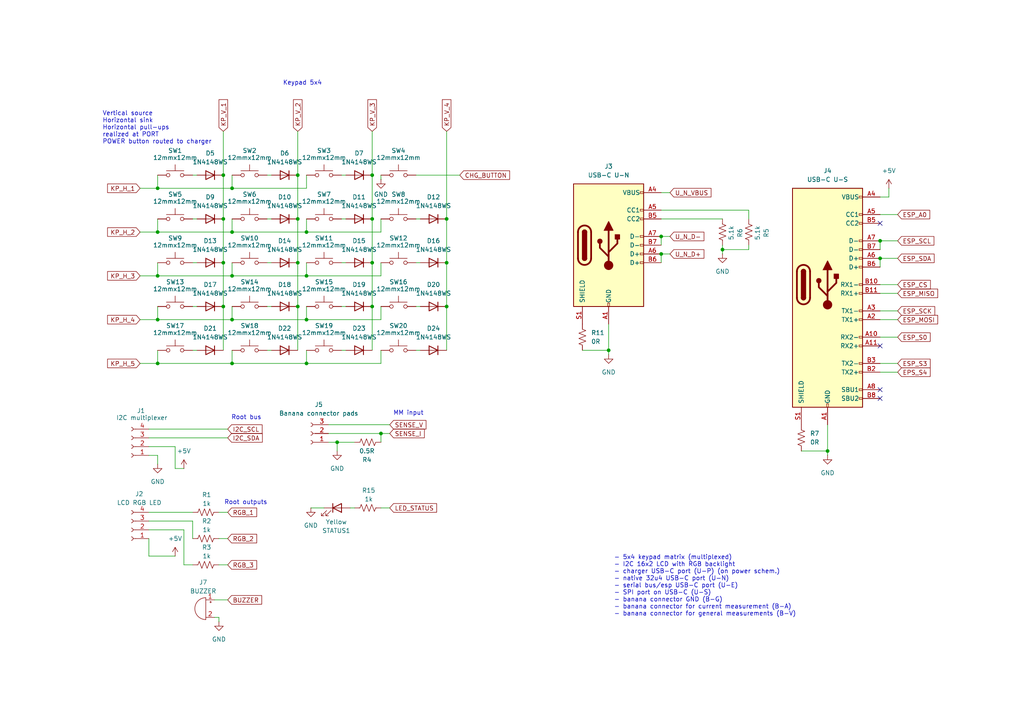
<source format=kicad_sch>
(kicad_sch (version 20231120) (generator "eeschema") (generator_version "8.0")
  (paper "A4")
  (title_block (title "interface & ports") (date "2024-11-09") (rev "1.0") (company "vaexey"))
  (lib_symbols
    (symbol "Connector:Conn_01x03_Socket" (pin_names (offset 1.016) hide)
      (property "Reference" "J" (at 0 5.08 0))
      (property "Value" "Conn_01x03_Socket" (at 0 -5.08 0))
      (symbol "Conn_01x03_Socket_1_1"
        (arc (start 0 -2.032) (mid -0.5058 -2.54) (end 0 -3.048) (stroke (width 0.1524)))
        (polyline (pts (xy -1.27 -2.54) (xy -0.508 -2.54)) (stroke (width 0.1524)))
        (polyline (pts (xy -1.27 0) (xy -0.508 0)) (stroke (width 0.1524)))
        (polyline (pts (xy -1.27 2.54) (xy -0.508 2.54)) (stroke (width 0.1524)))
        (arc (start 0 0.508) (mid -0.5058 0) (end 0 -0.508) (stroke (width 0.1524)))
        (arc (start 0 3.048) (mid -0.5058 2.54) (end 0 2.032) (stroke (width 0.1524)))
        (pin passive line (at -5.08 2.54 0) (length 3.81) (name "Pin_1") (number "1"))
        (pin passive line (at -5.08 0 0) (length 3.81) (name "Pin_2") (number "2"))
        (pin passive line (at -5.08 -2.54 0) (length 3.81) (name "Pin_3") (number "3"))
      )
    )
    (symbol "Connector:Conn_01x04_Socket" (pin_names (offset 1.016) hide)
      (property "Reference" "J" (at 0 5.08 0))
      (property "Value" "Conn_01x04_Socket" (at 0 -7.62 0))
      (symbol "Conn_01x04_Socket_1_1"
        (arc (start 0 -4.572) (mid -0.5058 -5.08) (end 0 -5.588) (stroke (width 0.1524)))
        (arc (start 0 -2.032) (mid -0.5058 -2.54) (end 0 -3.048) (stroke (width 0.1524)))
        (polyline (pts (xy -1.27 -5.08) (xy -0.508 -5.08)) (stroke (width 0.1524)))
        (polyline (pts (xy -1.27 -2.54) (xy -0.508 -2.54)) (stroke (width 0.1524)))
        (polyline (pts (xy -1.27 0) (xy -0.508 0)) (stroke (width 0.1524)))
        (polyline (pts (xy -1.27 2.54) (xy -0.508 2.54)) (stroke (width 0.1524)))
        (arc (start 0 0.508) (mid -0.5058 0) (end 0 -0.508) (stroke (width 0.1524)))
        (arc (start 0 3.048) (mid -0.5058 2.54) (end 0 2.032) (stroke (width 0.1524)))
        (pin passive line (at -5.08 2.54 0) (length 3.81) (name "Pin_1") (number "1"))
        (pin passive line (at -5.08 0 0) (length 3.81) (name "Pin_2") (number "2"))
        (pin passive line (at -5.08 -2.54 0) (length 3.81) (name "Pin_3") (number "3"))
        (pin passive line (at -5.08 -5.08 0) (length 3.81) (name "Pin_4") (number "4"))
      )
    )
    (symbol "Connector:USB_C_Receptacle" (pin_names (offset 1.016))
      (property "Reference" "J" (at -10.16 29.21 0))
      (property "Value" "USB_C_Receptacle" (at 10.16 29.21 0))
      (symbol "USB_C_Receptacle_0_0"
        (rectangle (start -0.254 -35.56) (end 0.254 -34.544))
        (rectangle (start 10.16 -32.766) (end 9.144 -33.274))
        (rectangle (start 10.16 -30.226) (end 9.144 -30.734))
        (rectangle (start 10.16 -25.146) (end 9.144 -25.654))
        (rectangle (start 10.16 -22.606) (end 9.144 -23.114))
        (rectangle (start 10.16 -17.526) (end 9.144 -18.034))
        (rectangle (start 10.16 -14.986) (end 9.144 -15.494))
        (rectangle (start 10.16 -9.906) (end 9.144 -10.414))
        (rectangle (start 10.16 -7.366) (end 9.144 -7.874))
        (rectangle (start 10.16 -2.286) (end 9.144 -2.794))
        (rectangle (start 10.16 0.254) (end 9.144 -0.254))
        (rectangle (start 10.16 5.334) (end 9.144 4.826))
        (rectangle (start 10.16 7.874) (end 9.144 7.366))
        (rectangle (start 10.16 10.414) (end 9.144 9.906))
        (rectangle (start 10.16 12.954) (end 9.144 12.446))
        (rectangle (start 10.16 18.034) (end 9.144 17.526))
        (rectangle (start 10.16 20.574) (end 9.144 20.066))
        (rectangle (start 10.16 25.654) (end 9.144 25.146))
      )
      (symbol "USB_C_Receptacle_0_1"
        (rectangle (start -10.16 27.94) (end 10.16 -35.56) (stroke (width 0.254)) (fill (type background)))
        (arc (start -8.89 -3.81) (mid -6.985 -5.7067) (end -5.08 -3.81) (stroke (width 0.508)))
        (arc (start -7.62 -3.81) (mid -6.985 -4.4423) (end -6.35 -3.81) (stroke (width 0.254)))
        (arc (start -7.62 -3.81) (mid -6.985 -4.4423) (end -6.35 -3.81) (stroke (width 0.254)) (fill (type outline)))
        (rectangle (start -7.62 -3.81) (end -6.35 3.81) (stroke (width 0.254)) (fill (type outline)))
        (arc (start -6.35 3.81) (mid -6.985 4.4423) (end -7.62 3.81) (stroke (width 0.254)))
        (arc (start -6.35 3.81) (mid -6.985 4.4423) (end -7.62 3.81) (stroke (width 0.254)) (fill (type outline)))
        (arc (start -5.08 3.81) (mid -6.985 5.7067) (end -8.89 3.81) (stroke (width 0.508)))
        (polyline (pts (xy -8.89 -3.81) (xy -8.89 3.81)) (stroke (width 0.508)))
        (polyline (pts (xy -5.08 3.81) (xy -5.08 -3.81)) (stroke (width 0.508)))
      )
      (symbol "USB_C_Receptacle_1_1"
        (circle (center -2.54 1.143) (radius 0.635) (stroke (width 0.254)) (fill (type outline)))
        (circle (center 0 -5.842) (radius 1.27) (fill (type outline)))
        (polyline (pts (xy 0 -5.842) (xy 0 4.318)) (stroke (width 0.508)))
        (polyline (pts (xy 0 -3.302) (xy -2.54 -0.762) (xy -2.54 0.508)) (stroke (width 0.508)))
        (polyline (pts (xy 0 -2.032) (xy 2.54 0.508) (xy 2.54 1.778)) (stroke (width 0.508)))
        (polyline (pts (xy -1.27 4.318) (xy 0 6.858) (xy 1.27 4.318) (xy -1.27 4.318)) (stroke (width 0.254)) (fill (type outline)))
        (rectangle (start 1.905 1.778) (end 3.175 3.048) (stroke (width 0.254)) (fill (type outline)))
        (pin passive line (at 0 -40.64 90) (length 5.08) (name "GND") (number "A1"))
        (pin bidirectional line (at 15.24 -15.24 180) (length 5.08) (name "RX2-") (number "A10"))
        (pin bidirectional line (at 15.24 -17.78 180) (length 5.08) (name "RX2+") (number "A11"))
        (pin passive line (at 0 -40.64 90) (length 5.08) hide (name "GND") (number "A12"))
        (pin bidirectional line (at 15.24 -10.16 180) (length 5.08) (name "TX1+") (number "A2"))
        (pin bidirectional line (at 15.24 -7.62 180) (length 5.08) (name "TX1-") (number "A3"))
        (pin passive line (at 15.24 25.4 180) (length 5.08) (name "VBUS") (number "A4"))
        (pin bidirectional line (at 15.24 20.32 180) (length 5.08) (name "CC1") (number "A5"))
        (pin bidirectional line (at 15.24 7.62 180) (length 5.08) (name "D+") (number "A6"))
        (pin bidirectional line (at 15.24 12.7 180) (length 5.08) (name "D-") (number "A7"))
        (pin bidirectional line (at 15.24 -30.48 180) (length 5.08) (name "SBU1") (number "A8"))
        (pin passive line (at 15.24 25.4 180) (length 5.08) hide (name "VBUS") (number "A9"))
        (pin passive line (at 0 -40.64 90) (length 5.08) hide (name "GND") (number "B1"))
        (pin bidirectional line (at 15.24 0 180) (length 5.08) (name "RX1-") (number "B10"))
        (pin bidirectional line (at 15.24 -2.54 180) (length 5.08) (name "RX1+") (number "B11"))
        (pin passive line (at 0 -40.64 90) (length 5.08) hide (name "GND") (number "B12"))
        (pin bidirectional line (at 15.24 -25.4 180) (length 5.08) (name "TX2+") (number "B2"))
        (pin bidirectional line (at 15.24 -22.86 180) (length 5.08) (name "TX2-") (number "B3"))
        (pin passive line (at 15.24 25.4 180) (length 5.08) hide (name "VBUS") (number "B4"))
        (pin bidirectional line (at 15.24 17.78 180) (length 5.08) (name "CC2") (number "B5"))
        (pin bidirectional line (at 15.24 5.08 180) (length 5.08) (name "D+") (number "B6"))
        (pin bidirectional line (at 15.24 10.16 180) (length 5.08) (name "D-") (number "B7"))
        (pin bidirectional line (at 15.24 -33.02 180) (length 5.08) (name "SBU2") (number "B8"))
        (pin passive line (at 15.24 25.4 180) (length 5.08) hide (name "VBUS") (number "B9"))
        (pin passive line (at -7.62 -40.64 90) (length 5.08) (name "SHIELD") (number "S1"))
      )
    )
    (symbol "Connector:USB_C_Receptacle_USB2.0_14P" (pin_names (offset 1.016))
      (property "Reference" "J" (at 0 22.225 0))
      (property "Value" "USB_C_Receptacle_USB2.0_14P" (at 0 19.685 0))
      (symbol "USB_C_Receptacle_USB2.0_14P_0_0"
        (rectangle (start -0.254 -17.78) (end 0.254 -16.764))
        (rectangle (start 10.16 -4.826) (end 9.144 -5.334))
        (rectangle (start 10.16 -2.286) (end 9.144 -2.794))
        (rectangle (start 10.16 0.254) (end 9.144 -0.254))
        (rectangle (start 10.16 2.794) (end 9.144 2.286))
        (rectangle (start 10.16 7.874) (end 9.144 7.366))
        (rectangle (start 10.16 10.414) (end 9.144 9.906))
        (rectangle (start 10.16 15.494) (end 9.144 14.986))
      )
      (symbol "USB_C_Receptacle_USB2.0_14P_0_1"
        (rectangle (start -10.16 17.78) (end 10.16 -17.78) (stroke (width 0.254)) (fill (type background)))
        (arc (start -8.89 -3.81) (mid -6.985 -5.7067) (end -5.08 -3.81) (stroke (width 0.508)))
        (arc (start -7.62 -3.81) (mid -6.985 -4.4423) (end -6.35 -3.81) (stroke (width 0.254)))
        (arc (start -7.62 -3.81) (mid -6.985 -4.4423) (end -6.35 -3.81) (stroke (width 0.254)) (fill (type outline)))
        (rectangle (start -7.62 -3.81) (end -6.35 3.81) (stroke (width 0.254)) (fill (type outline)))
        (arc (start -6.35 3.81) (mid -6.985 4.4423) (end -7.62 3.81) (stroke (width 0.254)))
        (arc (start -6.35 3.81) (mid -6.985 4.4423) (end -7.62 3.81) (stroke (width 0.254)) (fill (type outline)))
        (arc (start -5.08 3.81) (mid -6.985 5.7067) (end -8.89 3.81) (stroke (width 0.508)))
        (circle (center -2.54 1.143) (radius 0.635) (stroke (width 0.254)) (fill (type outline)))
        (circle (center 0 -5.842) (radius 1.27) (fill (type outline)))
        (polyline (pts (xy -8.89 -3.81) (xy -8.89 3.81)) (stroke (width 0.508)))
        (polyline (pts (xy -5.08 3.81) (xy -5.08 -3.81)) (stroke (width 0.508)))
        (polyline (pts (xy 0 -5.842) (xy 0 4.318)) (stroke (width 0.508)))
        (polyline (pts (xy 0 -3.302) (xy -2.54 -0.762) (xy -2.54 0.508)) (stroke (width 0.508)))
        (polyline (pts (xy 0 -2.032) (xy 2.54 0.508) (xy 2.54 1.778)) (stroke (width 0.508)))
        (polyline (pts (xy -1.27 4.318) (xy 0 6.858) (xy 1.27 4.318) (xy -1.27 4.318)) (stroke (width 0.254)) (fill (type outline)))
        (rectangle (start 1.905 1.778) (end 3.175 3.048) (stroke (width 0.254)) (fill (type outline)))
      )
      (symbol "USB_C_Receptacle_USB2.0_14P_1_1"
        (pin passive line (at 0 -22.86 90) (length 5.08) (name "GND") (number "A1"))
        (pin passive line (at 0 -22.86 90) (length 5.08) hide (name "GND") (number "A12"))
        (pin passive line (at 15.24 15.24 180) (length 5.08) (name "VBUS") (number "A4"))
        (pin bidirectional line (at 15.24 10.16 180) (length 5.08) (name "CC1") (number "A5"))
        (pin bidirectional line (at 15.24 -2.54 180) (length 5.08) (name "D+") (number "A6"))
        (pin bidirectional line (at 15.24 2.54 180) (length 5.08) (name "D-") (number "A7"))
        (pin passive line (at 15.24 15.24 180) (length 5.08) hide (name "VBUS") (number "A9"))
        (pin passive line (at 0 -22.86 90) (length 5.08) hide (name "GND") (number "B1"))
        (pin passive line (at 0 -22.86 90) (length 5.08) hide (name "GND") (number "B12"))
        (pin passive line (at 15.24 15.24 180) (length 5.08) hide (name "VBUS") (number "B4"))
        (pin bidirectional line (at 15.24 7.62 180) (length 5.08) (name "CC2") (number "B5"))
        (pin bidirectional line (at 15.24 -5.08 180) (length 5.08) (name "D+") (number "B6"))
        (pin bidirectional line (at 15.24 0 180) (length 5.08) (name "D-") (number "B7"))
        (pin passive line (at 15.24 15.24 180) (length 5.08) hide (name "VBUS") (number "B9"))
        (pin passive line (at -7.62 -22.86 90) (length 5.08) (name "SHIELD") (number "S1"))
      )
    )
    (symbol "Device:Buzzer" (pin_names (offset 0.0254) hide)
      (property "Reference" "BZ" (at 3.81 1.27 0))
      (property "Value" "Buzzer" (at 3.81 -1.27 0))
      (symbol "Buzzer_0_1"
        (arc (start 0 -3.175) (mid 3.1612 0) (end 0 3.175))
        (polyline (pts (xy -1.651 1.905) (xy -1.143 1.905)))
        (polyline (pts (xy -1.397 2.159) (xy -1.397 1.651)))
        (polyline (pts (xy 0 3.175) (xy 0 -3.175)))
      )
      (symbol "Buzzer_1_1"
        (pin passive line (at -2.54 2.54 0) (length 2.54) (name "+") (number "1"))
        (pin passive line (at -2.54 -2.54 0) (length 2.54) (name "-") (number "2"))
      )
    )
    (symbol "Device:D" (pin_numbers hide) (pin_names (offset 1.016) hide)
      (property "Reference" "D" (at 0 2.54 0))
      (property "Value" "D" (at 0 -2.54 0))
      (symbol "D_0_1"
        (polyline (pts (xy -1.27 1.27) (xy -1.27 -1.27)) (stroke (width 0.254)))
        (polyline (pts (xy 1.27 0) (xy -1.27 0)))
        (polyline (pts (xy 1.27 1.27) (xy 1.27 -1.27) (xy -1.27 0) (xy 1.27 1.27)) (stroke (width 0.254)))
      )
      (symbol "D_1_1"
        (pin passive line (at -3.81 0 0) (length 2.54) (name "K") (number "1"))
        (pin passive line (at 3.81 0 180) (length 2.54) (name "A") (number "2"))
      )
    )
    (symbol "Device:LED" (pin_numbers hide) (pin_names (offset 1.016) hide)
      (property "Reference" "D" (at 0 2.54 0))
      (property "Value" "LED" (at 0 -2.54 0))
      (symbol "LED_0_1"
        (polyline (pts (xy -1.27 -1.27) (xy -1.27 1.27)) (stroke (width 0.254)))
        (polyline (pts (xy -1.27 0) (xy 1.27 0)))
        (polyline (pts (xy 1.27 -1.27) (xy 1.27 1.27) (xy -1.27 0) (xy 1.27 -1.27)) (stroke (width 0.254)))
        (polyline (pts (xy -3.048 -0.762) (xy -4.572 -2.286) (xy -3.81 -2.286) (xy -4.572 -2.286) (xy -4.572 -1.524)))
        (polyline (pts (xy -1.778 -0.762) (xy -3.302 -2.286) (xy -2.54 -2.286) (xy -3.302 -2.286) (xy -3.302 -1.524)))
      )
      (symbol "LED_1_1"
        (pin passive line (at -3.81 0 0) (length 2.54) (name "K") (number "1"))
        (pin passive line (at 3.81 0 180) (length 2.54) (name "A") (number "2"))
      )
    )
    (symbol "Device:R_US" (pin_numbers hide) (pin_names (offset 0))
      (property "Reference" "R" (at 2.54 0 90))
      (property "Value" "R_US" (at -2.54 0 90))
      (symbol "R_US_0_1"
        (polyline (pts (xy 0 -2.286) (xy 0 -2.54)))
        (polyline (pts (xy 0 2.286) (xy 0 2.54)))
        (polyline (pts (xy 0 -0.762) (xy 1.016 -1.143) (xy 0 -1.524) (xy -1.016 -1.905) (xy 0 -2.286)))
        (polyline (pts (xy 0 0.762) (xy 1.016 0.381) (xy 0 0) (xy -1.016 -0.381) (xy 0 -0.762)))
        (polyline (pts (xy 0 2.286) (xy 1.016 1.905) (xy 0 1.524) (xy -1.016 1.143) (xy 0 0.762)))
      )
      (symbol "R_US_1_1"
        (pin passive line (at 0 3.81 270) (length 1.27) (name "~") (number "1"))
        (pin passive line (at 0 -3.81 90) (length 1.27) (name "~") (number "2"))
      )
    )
    (symbol "Switch:SW_Push" (pin_numbers hide) (pin_names (offset 1.016) hide)
      (property "Reference" "SW" (at 1.27 2.54 0))
      (property "Value" "SW_Push" (at 0 -1.524 0))
      (symbol "SW_Push_0_1"
        (circle (center -2.032 0) (radius 0.508))
        (polyline (pts (xy 0 1.27) (xy 0 3.048)))
        (polyline (pts (xy 2.54 1.27) (xy -2.54 1.27)))
        (circle (center 2.032 0) (radius 0.508))
        (pin passive line (at -5.08 0 0) (length 2.54) (name "1") (number "1"))
        (pin passive line (at 5.08 0 180) (length 2.54) (name "2") (number "2"))
      )
    )
    (symbol "power:+5V" (power) (pin_numbers hide) (pin_names (offset 0) hide)
      (property "Value" "+5V" (at 0 3.556 0))
      (symbol "+5V_0_1"
        (polyline (pts (xy -0.762 1.27) (xy 0 2.54)))
        (polyline (pts (xy 0 0) (xy 0 2.54)))
        (polyline (pts (xy 0 2.54) (xy 0.762 1.27)))
      )
      (symbol "+5V_1_1"
        (pin power_in line (at 0 0 90) (length 0) (name "~") (number "1"))
      )
    )
    (symbol "power:GND" (power) (pin_numbers hide) (pin_names (offset 0) hide)
      (property "Value" "GND" (at 0 -3.81 0))
      (symbol "GND_0_1"
        (polyline (pts (xy 0 0) (xy 0 -1.27) (xy 1.27 -1.27) (xy 0 -2.54) (xy -1.27 -1.27) (xy 0 -1.27)))
      )
      (symbol "GND_1_1"
        (pin power_in line (at 0 0 270) (length 0) (name "~") (number "1"))
      )
    )
  )
  (junction (at 45.72 54.61))
  (junction (at 67.31 80.01))
  (junction (at 45.72 92.71))
  (junction (at 45.72 67.31))
  (junction (at 45.72 105.41))
  (junction (at 255.27 74.93))
  (junction (at 129.54 88.9))
  (junction (at 107.95 76.2))
  (junction (at 45.72 80.01))
  (junction (at 97.79 128.27))
  (junction (at 191.77 68.58))
  (junction (at 64.77 63.5))
  (junction (at 67.31 105.41))
  (junction (at 110.49 125.73))
  (junction (at 191.77 73.66))
  (junction (at 67.31 92.71))
  (junction (at 86.36 76.2))
  (junction (at 107.95 50.8))
  (junction (at 86.36 63.5))
  (junction (at 88.9 105.41))
  (junction (at 129.54 76.2))
  (junction (at 67.31 54.61))
  (junction (at 129.54 63.5))
  (junction (at 240.03 130.81))
  (junction (at 255.27 69.85))
  (junction (at 88.9 92.71))
  (junction (at 88.9 80.01))
  (junction (at 107.95 88.9))
  (junction (at 64.77 50.8))
  (junction (at 107.95 63.5))
  (junction (at 67.31 67.31))
  (junction (at 209.55 72.39))
  (junction (at 64.77 88.9))
  (junction (at 64.77 76.2))
  (junction (at 86.36 50.8))
  (junction (at 176.53 101.6))
  (junction (at 86.36 88.9))
  (junction (at 88.9 67.31))
  (no_connect (at 255.27 64.77))
  (no_connect (at 255.27 100.33))
  (no_connect (at 255.27 113.03))
  (no_connect (at 255.27 115.57))
  (wire (pts (xy 63.5 156.21) (xy 66.04 156.21)))
  (wire (pts (xy 101.6 147.32) (xy 102.87 147.32)))
  (wire (pts (xy 120.65 76.2) (xy 121.92 76.2)))
  (wire (pts (xy 255.27 105.41) (xy 260.35 105.41)))
  (wire (pts (xy 110.49 101.6) (xy 110.49 105.41)))
  (wire (pts (xy 107.95 63.5) (xy 107.95 76.2)))
  (wire (pts (xy 67.31 50.8) (xy 67.31 54.61)))
  (wire (pts (xy 209.55 71.12) (xy 209.55 72.39)))
  (wire (pts (xy 64.77 38.1) (xy 64.77 50.8)))
  (wire (pts (xy 88.9 76.2) (xy 88.9 80.01)))
  (wire (pts (xy 62.23 179.07) (xy 63.5 179.07)))
  (wire (pts (xy 45.72 50.8) (xy 45.72 54.61)))
  (wire (pts (xy 55.88 76.2) (xy 57.15 76.2)))
  (wire (pts (xy 107.95 50.8) (xy 107.95 63.5)))
  (wire (pts (xy 176.53 101.6) (xy 176.53 102.87)))
  (wire (pts (xy 240.03 130.81) (xy 240.03 132.08)))
  (wire (pts (xy 99.06 101.6) (xy 100.33 101.6)))
  (wire (pts (xy 86.36 63.5) (xy 86.36 76.2)))
  (wire (pts (xy 50.8 161.29) (xy 43.18 161.29)))
  (wire (pts (xy 50.8 135.89) (xy 50.8 129.54)))
  (wire (pts (xy 88.9 92.71) (xy 110.49 92.71)))
  (wire (pts (xy 63.5 179.07) (xy 63.5 180.34)))
  (wire (pts (xy 110.49 50.8) (xy 110.49 52.07)))
  (wire (pts (xy 191.77 55.88) (xy 194.31 55.88)))
  (wire (pts (xy 43.18 124.46) (xy 66.04 124.46)))
  (wire (pts (xy 43.18 148.59) (xy 55.88 148.59)))
  (wire (pts (xy 110.49 63.5) (xy 110.49 67.31)))
  (wire (pts (xy 77.47 76.2) (xy 78.74 76.2)))
  (wire (pts (xy 107.95 38.1) (xy 107.95 50.8)))
  (wire (pts (xy 257.81 54.61) (xy 257.81 57.15)))
  (wire (pts (xy 209.55 72.39) (xy 217.17 72.39)))
  (wire (pts (xy 55.88 63.5) (xy 57.15 63.5)))
  (wire (pts (xy 86.36 38.1) (xy 86.36 50.8)))
  (wire (pts (xy 110.49 125.73) (xy 110.49 128.27)))
  (wire (pts (xy 86.36 88.9) (xy 86.36 101.6)))
  (wire (pts (xy 63.5 148.59) (xy 66.04 148.59)))
  (wire (pts (xy 217.17 72.39) (xy 217.17 71.12)))
  (wire (pts (xy 217.17 63.5) (xy 217.17 60.96)))
  (wire (pts (xy 191.77 68.58) (xy 191.77 71.12)))
  (wire (pts (xy 67.31 80.01) (xy 88.9 80.01)))
  (wire (pts (xy 67.31 67.31) (xy 88.9 67.31)))
  (wire (pts (xy 67.31 105.41) (xy 88.9 105.41)))
  (wire (pts (xy 67.31 92.71) (xy 88.9 92.71)))
  (wire (pts (xy 64.77 88.9) (xy 64.77 101.6)))
  (wire (pts (xy 99.06 76.2) (xy 100.33 76.2)))
  (wire (pts (xy 50.8 129.54) (xy 43.18 129.54)))
  (wire (pts (xy 95.25 125.73) (xy 110.49 125.73)))
  (wire (pts (xy 88.9 101.6) (xy 88.9 105.41)))
  (wire (pts (xy 255.27 74.93) (xy 260.35 74.93)))
  (wire (pts (xy 232.41 130.81) (xy 240.03 130.81)))
  (wire (pts (xy 55.88 88.9) (xy 57.15 88.9)))
  (wire (pts (xy 176.53 93.98) (xy 176.53 101.6)))
  (wire (pts (xy 191.77 63.5) (xy 209.55 63.5)))
  (wire (pts (xy 97.79 128.27) (xy 102.87 128.27)))
  (wire (pts (xy 88.9 105.41) (xy 110.49 105.41)))
  (wire (pts (xy 66.04 173.99) (xy 62.23 173.99)))
  (wire (pts (xy 217.17 60.96) (xy 191.77 60.96)))
  (wire (pts (xy 110.49 76.2) (xy 110.49 80.01)))
  (wire (pts (xy 40.64 92.71) (xy 45.72 92.71)))
  (wire (pts (xy 45.72 105.41) (xy 67.31 105.41)))
  (wire (pts (xy 50.8 135.89) (xy 53.34 135.89)))
  (wire (pts (xy 55.88 163.83) (xy 53.34 163.83)))
  (wire (pts (xy 40.64 54.61) (xy 45.72 54.61)))
  (wire (pts (xy 88.9 88.9) (xy 88.9 92.71)))
  (wire (pts (xy 77.47 50.8) (xy 78.74 50.8)))
  (wire (pts (xy 255.27 90.17) (xy 260.35 90.17)))
  (wire (pts (xy 168.91 101.6) (xy 176.53 101.6)))
  (wire (pts (xy 40.64 105.41) (xy 45.72 105.41)))
  (wire (pts (xy 97.79 128.27) (xy 97.79 130.81)))
  (wire (pts (xy 55.88 156.21) (xy 55.88 151.13)))
  (wire (pts (xy 95.25 123.19) (xy 113.03 123.19)))
  (wire (pts (xy 191.77 68.58) (xy 194.31 68.58)))
  (wire (pts (xy 129.54 76.2) (xy 129.54 88.9)))
  (wire (pts (xy 86.36 76.2) (xy 86.36 88.9)))
  (wire (pts (xy 43.18 151.13) (xy 55.88 151.13)))
  (wire (pts (xy 88.9 63.5) (xy 88.9 67.31)))
  (wire (pts (xy 67.31 76.2) (xy 67.31 80.01)))
  (wire (pts (xy 95.25 128.27) (xy 97.79 128.27)))
  (wire (pts (xy 64.77 63.5) (xy 64.77 76.2)))
  (wire (pts (xy 67.31 63.5) (xy 67.31 67.31)))
  (wire (pts (xy 120.65 50.8) (xy 133.35 50.8)))
  (wire (pts (xy 64.77 50.8) (xy 64.77 63.5)))
  (wire (pts (xy 55.88 101.6) (xy 57.15 101.6)))
  (wire (pts (xy 40.64 67.31) (xy 45.72 67.31)))
  (wire (pts (xy 43.18 127) (xy 66.04 127)))
  (wire (pts (xy 257.81 57.15) (xy 255.27 57.15)))
  (wire (pts (xy 209.55 72.39) (xy 209.55 73.66)))
  (wire (pts (xy 45.72 88.9) (xy 45.72 92.71)))
  (wire (pts (xy 53.34 163.83) (xy 53.34 153.67)))
  (wire (pts (xy 45.72 76.2) (xy 45.72 80.01)))
  (wire (pts (xy 107.95 76.2) (xy 107.95 88.9)))
  (wire (pts (xy 240.03 123.19) (xy 240.03 130.81)))
  (wire (pts (xy 67.31 88.9) (xy 67.31 92.71)))
  (wire (pts (xy 45.72 63.5) (xy 45.72 67.31)))
  (wire (pts (xy 255.27 92.71) (xy 260.35 92.71)))
  (wire (pts (xy 45.72 54.61) (xy 67.31 54.61)))
  (wire (pts (xy 255.27 69.85) (xy 255.27 72.39)))
  (wire (pts (xy 45.72 134.62) (xy 45.72 132.08)))
  (wire (pts (xy 129.54 88.9) (xy 129.54 101.6)))
  (wire (pts (xy 67.31 54.61) (xy 88.9 54.61)))
  (wire (pts (xy 45.72 132.08) (xy 43.18 132.08)))
  (wire (pts (xy 255.27 69.85) (xy 260.35 69.85)))
  (wire (pts (xy 77.47 88.9) (xy 78.74 88.9)))
  (wire (pts (xy 86.36 50.8) (xy 86.36 63.5)))
  (wire (pts (xy 45.72 80.01) (xy 67.31 80.01)))
  (wire (pts (xy 77.47 101.6) (xy 78.74 101.6)))
  (wire (pts (xy 77.47 63.5) (xy 78.74 63.5)))
  (wire (pts (xy 255.27 82.55) (xy 260.35 82.55)))
  (wire (pts (xy 63.5 163.83) (xy 66.04 163.83)))
  (wire (pts (xy 88.9 80.01) (xy 110.49 80.01)))
  (wire (pts (xy 53.34 153.67) (xy 43.18 153.67)))
  (wire (pts (xy 45.72 101.6) (xy 45.72 105.41)))
  (wire (pts (xy 45.72 92.71) (xy 67.31 92.71)))
  (wire (pts (xy 110.49 125.73) (xy 113.03 125.73)))
  (wire (pts (xy 110.49 88.9) (xy 110.49 92.71)))
  (wire (pts (xy 45.72 67.31) (xy 67.31 67.31)))
  (wire (pts (xy 255.27 85.09) (xy 260.35 85.09)))
  (wire (pts (xy 64.77 76.2) (xy 64.77 88.9)))
  (wire (pts (xy 99.06 63.5) (xy 100.33 63.5)))
  (wire (pts (xy 255.27 97.79) (xy 260.35 97.79)))
  (wire (pts (xy 129.54 38.1) (xy 129.54 63.5)))
  (wire (pts (xy 40.64 80.01) (xy 45.72 80.01)))
  (wire (pts (xy 120.65 63.5) (xy 121.92 63.5)))
  (wire (pts (xy 191.77 73.66) (xy 191.77 76.2)))
  (wire (pts (xy 88.9 67.31) (xy 110.49 67.31)))
  (wire (pts (xy 110.49 147.32) (xy 113.03 147.32)))
  (wire (pts (xy 67.31 101.6) (xy 67.31 105.41)))
  (wire (pts (xy 107.95 88.9) (xy 107.95 101.6)))
  (wire (pts (xy 120.65 88.9) (xy 121.92 88.9)))
  (wire (pts (xy 191.77 73.66) (xy 194.31 73.66)))
  (wire (pts (xy 88.9 50.8) (xy 88.9 54.61)))
  (wire (pts (xy 120.65 101.6) (xy 121.92 101.6)))
  (wire (pts (xy 99.06 50.8) (xy 100.33 50.8)))
  (wire (pts (xy 255.27 107.95) (xy 260.35 107.95)))
  (wire (pts (xy 43.18 161.29) (xy 43.18 156.21)))
  (wire (pts (xy 99.06 88.9) (xy 100.33 88.9)))
  (wire (pts (xy 55.88 50.8) (xy 57.15 50.8)))
  (wire (pts (xy 255.27 74.93) (xy 255.27 77.47)))
  (wire (pts (xy 255.27 62.23) (xy 260.35 62.23)))
  (wire (pts (xy 129.54 63.5) (xy 129.54 76.2)))
  (wire (pts (xy 90.17 147.32) (xy 93.98 147.32)))
  (text "Root bus" (at 67.056 121.158 0) (effects (font (size 1.27 1.27)) (justify left)))
  (text "Root outputs" (at 65.024 145.796 0) (effects (font (size 1.27 1.27)) (justify left)))
  (text "- 5x4 keypad matrix (multiplexed)\n- I2C 16x2 LCD with RGB backlight\n- charger USB-C port (U-P) (on power schem.)\n- native 32u4 USB-C port (U-N)\n- serial bus/esp USB-C port (U-E)\n- SPI port on USB-C (U-S)\n- banana connector GND (B-G)\n- banana connector for current measurement (B-A)\n- banana connector for general measurements (B-V)" (at 178.054 169.926 0) (effects (font (size 1.27 1.27)) (justify left)))
  (text "MM input" (at 114.046 119.888 0) (effects (font (size 1.27 1.27)) (justify left)))
  (text "Vertical source\nHorizontal sink\nHorizontal pull-ups\nrealized at PORT\nPOWER button routed to charger" (at 29.718 37.084 0) (effects (font (size 1.27 1.27)) (justify left)))
  (text "Keypad 5x4" (at 82.042 24.13 0) (effects (font (size 1.27 1.27)) (justify left)))
  (global_label "KP_V_4" (shape input) (at 129.54 38.1 90) (property "Intersheetrefs" "${INTERSHEET_REFS}" (effects (hide yes))))
  (global_label "LED_STATUS" (shape input) (at 113.03 147.32 0) (property "Intersheetrefs" "${INTERSHEET_REFS}" (effects (hide yes))))
  (global_label "I2C_SCL" (shape input) (at 66.04 124.46 0) (property "Intersheetrefs" "${INTERSHEET_REFS}" (effects (hide yes))))
  (global_label "U_N_D-" (shape input) (at 194.31 68.58 0) (property "Intersheetrefs" "${INTERSHEET_REFS}" (effects (hide yes))))
  (global_label "ESP_MOSI" (shape input) (at 260.35 92.71 0) (property "Intersheetrefs" "${INTERSHEET_REFS}" (effects (hide yes))))
  (global_label "ESP_MISO" (shape input) (at 260.35 85.09 0) (property "Intersheetrefs" "${INTERSHEET_REFS}" (effects (hide yes))))
  (global_label "KP_V_3" (shape input) (at 107.95 38.1 90) (property "Intersheetrefs" "${INTERSHEET_REFS}" (effects (hide yes))))
  (global_label "KP_V_2" (shape input) (at 86.36 38.1 90) (property "Intersheetrefs" "${INTERSHEET_REFS}" (effects (hide yes))))
  (global_label "ESP_SDA" (shape input) (at 260.35 74.93 0) (property "Intersheetrefs" "${INTERSHEET_REFS}" (effects (hide yes))))
  (global_label "EPS_S4" (shape input) (at 260.35 107.95 0) (property "Intersheetrefs" "${INTERSHEET_REFS}" (effects (hide yes))))
  (global_label "I2C_SDA" (shape input) (at 66.04 127 0) (property "Intersheetrefs" "${INTERSHEET_REFS}" (effects (hide yes))))
  (global_label "BUZZER" (shape input) (at 66.04 173.99 0) (property "Intersheetrefs" "${INTERSHEET_REFS}" (effects (hide yes))))
  (global_label "KP_H_3" (shape input) (at 40.64 80.01 180) (property "Intersheetrefs" "${INTERSHEET_REFS}" (effects (hide yes))))
  (global_label "ESP_SCK" (shape input) (at 260.35 90.17 0) (property "Intersheetrefs" "${INTERSHEET_REFS}" (effects (hide yes))))
  (global_label "ESP_A0" (shape input) (at 260.35 62.23 0) (property "Intersheetrefs" "${INTERSHEET_REFS}" (effects (hide yes))))
  (global_label "U_N_D+" (shape input) (at 194.31 73.66 0) (property "Intersheetrefs" "${INTERSHEET_REFS}" (effects (hide yes))))
  (global_label "ESP_CS" (shape input) (at 260.35 82.55 0) (property "Intersheetrefs" "${INTERSHEET_REFS}" (effects (hide yes))))
  (global_label "KP_H_5" (shape input) (at 40.64 105.41 180) (property "Intersheetrefs" "${INTERSHEET_REFS}" (effects (hide yes))))
  (global_label "ESP_SCL" (shape input) (at 260.35 69.85 0) (property "Intersheetrefs" "${INTERSHEET_REFS}" (effects (hide yes))))
  (global_label "CHG_BUTTON" (shape input) (at 133.35 50.8 0) (property "Intersheetrefs" "${INTERSHEET_REFS}" (effects (hide yes))))
  (global_label "SENSE_I" (shape input) (at 113.03 125.73 0) (property "Intersheetrefs" "${INTERSHEET_REFS}" (effects (hide yes))))
  (global_label "U_N_VBUS" (shape input) (at 194.31 55.88 0) (property "Intersheetrefs" "${INTERSHEET_REFS}" (effects (hide yes))))
  (global_label "RGB_2" (shape input) (at 66.04 156.21 0) (property "Intersheetrefs" "${INTERSHEET_REFS}" (effects (hide yes))))
  (global_label "RGB_3" (shape input) (at 66.04 163.83 0) (property "Intersheetrefs" "${INTERSHEET_REFS}" (effects (hide yes))))
  (global_label "KP_H_1" (shape input) (at 40.64 54.61 180) (property "Intersheetrefs" "${INTERSHEET_REFS}" (effects (hide yes))))
  (global_label "ESP_S3" (shape input) (at 260.35 105.41 0) (property "Intersheetrefs" "${INTERSHEET_REFS}" (effects (hide yes))))
  (global_label "RGB_1" (shape input) (at 66.04 148.59 0) (property "Intersheetrefs" "${INTERSHEET_REFS}" (effects (hide yes))))
  (global_label "KP_H_2" (shape input) (at 40.64 67.31 180) (property "Intersheetrefs" "${INTERSHEET_REFS}" (effects (hide yes))))
  (global_label "ESP_S0" (shape input) (at 260.35 97.79 0) (property "Intersheetrefs" "${INTERSHEET_REFS}" (effects (hide yes))))
  (global_label "KP_V_1" (shape input) (at 64.77 38.1 90) (property "Intersheetrefs" "${INTERSHEET_REFS}" (effects (hide yes))))
  (global_label "SENSE_V" (shape input) (at 113.03 123.19 0) (property "Intersheetrefs" "${INTERSHEET_REFS}" (effects (hide yes))))
  (global_label "KP_H_4" (shape input) (at 40.64 92.71 180) (property "Intersheetrefs" "${INTERSHEET_REFS}" (effects (hide yes))))
  (symbol (lib_id "Switch:SW_Push") (at 115.57 76.2 0) (unit 1)
    (property "Reference" "SW12" (at 115.57 69.088 0))
    (property "Value" "12mmx12mm" (at 115.57 71.12 0))
    (property "Footprint" "Button_Switch_THT:SW_PUSH-12mm" (effects (hide yes)))
    (property "Description" "Push button switch, generic, two pins" (effects (hide yes)))
  )
  (symbol (lib_id "power:GND") (at 110.49 52.07 0) (unit 1)
    (property "Reference" "#PWR043" (effects (hide yes)))
    (property "Value" "GND" (at 110.49 56.388 0))
    (property "Description" "Power symbol creates a global label with name \"GND\" , ground" (effects (hide yes)))
  )
  (symbol (lib_id "power:GND") (at 176.53 102.87 0) (unit 1)
    (property "Reference" "#PWR014" (effects (hide yes)))
    (property "Value" "GND" (at 176.53 107.95 0))
    (property "Description" "Power symbol creates a global label with name \"GND\" , ground" (effects (hide yes)))
  )
  (symbol (lib_id "Device:D") (at 104.14 76.2 0) (mirror y) (unit 1)
    (property "Reference" "D15" (at 104.14 69.85 0))
    (property "Value" "1N4148WS" (at 104.14 72.39 0))
    (property "Footprint" "Diode_SMD:D_SOD-323F" (effects (hide yes)))
    (property "Description" "Diode" (effects (hide yes)))
    (property "Sim.Device" "D" (effects (hide yes)))
    (property "Sim.Pins" "1=K 2=A" (effects (hide yes)))
  )
  (symbol (lib_id "Device:R_US") (at 59.69 163.83 90) (unit 1)
    (property "Reference" "R3" (at 59.944 158.75 90))
    (property "Value" "1k" (at 59.944 161.29 90))
    (property "Footprint" "Resistor_SMD:R_1206_3216Metric" (effects (hide yes)))
    (property "Description" "Resistor, US symbol" (effects (hide yes)))
  )
  (symbol (lib_id "Switch:SW_Push") (at 93.98 88.9 0) (unit 1)
    (property "Reference" "SW15" (at 93.98 81.788 0))
    (property "Value" "12mmx12mm" (at 93.98 83.82 0))
    (property "Footprint" "Button_Switch_THT:SW_PUSH-12mm" (effects (hide yes)))
    (property "Description" "Push button switch, generic, two pins" (effects (hide yes)))
  )
  (symbol (lib_id "power:GND") (at 97.79 130.81 0) (unit 1)
    (property "Reference" "#PWR04" (effects (hide yes)))
    (property "Value" "GND" (at 97.79 135.89 0))
    (property "Description" "Power symbol creates a global label with name \"GND\" , ground" (effects (hide yes)))
  )
  (symbol (lib_id "Connector:USB_C_Receptacle") (at 240.03 82.55 0) (unit 1)
    (property "Reference" "J4" (at 240.03 49.53 0))
    (property "Value" "USB-C U-S" (at 240.03 52.07 0))
    (property "Footprint" "Connector_USB:USB_C_Receptacle_Amphenol_12401548E4-2A" (effects (hide yes)))
    (property "Datasheet" "https://www.usb.org/sites/default/files/documents/usb_type-c.zip" (effects (hide yes)))
    (property "Description" "USB Full-Featured Type-C Receptacle connector" (effects (hide yes)))
  )
  (symbol (lib_id "Device:D") (at 60.96 50.8 0) (mirror y) (unit 1)
    (property "Reference" "D5" (at 60.96 44.45 0))
    (property "Value" "1N4148WS" (at 60.96 46.99 0))
    (property "Footprint" "Diode_SMD:D_SOD-323F" (effects (hide yes)))
    (property "Description" "Diode" (effects (hide yes)))
    (property "Sim.Device" "D" (effects (hide yes)))
    (property "Sim.Pins" "1=K 2=A" (effects (hide yes)))
  )
  (symbol (lib_id "Device:LED") (at 97.79 147.32 0) (unit 1)
    (property "Reference" "STATUS1" (at 97.536 153.924 0))
    (property "Value" "Yellow" (at 97.536 151.384 0))
    (property "Footprint" "LED_THT:LED_D3.0mm" (effects (hide yes)))
    (property "Description" "Light emitting diode" (effects (hide yes)))
  )
  (symbol (lib_id "Switch:SW_Push") (at 115.57 88.9 0) (unit 1)
    (property "Reference" "SW16" (at 115.57 81.788 0))
    (property "Value" "12mmx12mm" (at 115.57 83.82 0))
    (property "Footprint" "Button_Switch_THT:SW_PUSH-12mm" (effects (hide yes)))
    (property "Description" "Push button switch, generic, two pins" (effects (hide yes)))
  )
  (symbol (lib_id "Device:D") (at 60.96 76.2 0) (mirror y) (unit 1)
    (property "Reference" "D13" (at 60.96 69.85 0))
    (property "Value" "1N4148WS" (at 60.96 72.39 0))
    (property "Footprint" "Diode_SMD:D_SOD-323F" (effects (hide yes)))
    (property "Description" "Diode" (effects (hide yes)))
    (property "Sim.Device" "D" (effects (hide yes)))
    (property "Sim.Pins" "1=K 2=A" (effects (hide yes)))
  )
  (symbol (lib_id "Connector:Conn_01x03_Socket") (at 90.17 125.73 180) (unit 1)
    (property "Reference" "J5" (at 92.456 117.348 0))
    (property "Value" "Banana connector pads" (at 92.456 119.888 0))
    (property "Footprint" "Connector_PinSocket_2.54mm:PinSocket_1x03_P2.54mm_Vertical" (effects (hide yes)))
    (property "Description" "Generic connector, single row, 01x03, script generated" (effects (hide yes)))
  )
  (symbol (lib_id "Device:R_US") (at 209.55 67.31 0) (unit 1)
    (property "Reference" "R6" (at 214.63 67.564 90))
    (property "Value" "5.1k" (at 212.09 67.564 90))
    (property "Footprint" "Resistor_SMD:R_1206_3216Metric" (effects (hide yes)))
    (property "Description" "Resistor, US symbol" (effects (hide yes)))
  )
  (symbol (lib_id "Device:D") (at 60.96 88.9 0) (mirror y) (unit 1)
    (property "Reference" "D17" (at 60.96 82.55 0))
    (property "Value" "1N4148WS" (at 60.96 85.09 0))
    (property "Footprint" "Diode_SMD:D_SOD-323F" (effects (hide yes)))
    (property "Description" "Diode" (effects (hide yes)))
    (property "Sim.Device" "D" (effects (hide yes)))
    (property "Sim.Pins" "1=K 2=A" (effects (hide yes)))
  )
  (symbol (lib_id "Device:D") (at 82.55 63.5 0) (mirror y) (unit 1)
    (property "Reference" "D10" (at 82.55 57.15 0))
    (property "Value" "1N4148WS" (at 82.55 59.69 0))
    (property "Footprint" "Diode_SMD:D_SOD-323F" (effects (hide yes)))
    (property "Description" "Diode" (effects (hide yes)))
    (property "Sim.Device" "D" (effects (hide yes)))
    (property "Sim.Pins" "1=K 2=A" (effects (hide yes)))
  )
  (symbol (lib_id "Connector:USB_C_Receptacle_USB2.0_14P") (at 176.53 71.12 0) (unit 1)
    (property "Reference" "J3" (at 176.53 48.26 0))
    (property "Value" "USB-C U-N" (at 176.53 50.8 0))
    (property "Footprint" "Connector_USB:USB_C_Receptacle_GCT_USB4105-xx-A_16P_TopMnt_Horizontal" (effects (hide yes)))
    (property "Datasheet" "https://www.usb.org/sites/default/files/documents/usb_type-c.zip" (effects (hide yes)))
    (property "Description" "USB 2.0-only 14P Type-C Receptacle connector" (effects (hide yes)))
  )
  (symbol (lib_id "Switch:SW_Push") (at 115.57 63.5 0) (unit 1)
    (property "Reference" "SW8" (at 115.57 56.388 0))
    (property "Value" "12mmx12mm" (at 115.57 58.42 0))
    (property "Footprint" "Button_Switch_THT:SW_PUSH-12mm" (effects (hide yes)))
    (property "Description" "Push button switch, generic, two pins" (effects (hide yes)))
  )
  (symbol (lib_id "Switch:SW_Push") (at 93.98 63.5 0) (unit 1)
    (property "Reference" "SW7" (at 93.98 56.388 0))
    (property "Value" "12mmx12mm" (at 93.98 58.42 0))
    (property "Footprint" "Button_Switch_THT:SW_PUSH-12mm" (effects (hide yes)))
    (property "Description" "Push button switch, generic, two pins" (effects (hide yes)))
  )
  (symbol (lib_id "Device:R_US") (at 59.69 148.59 90) (unit 1)
    (property "Reference" "R1" (at 59.944 143.51 90))
    (property "Value" "1k" (at 59.944 146.05 90))
    (property "Footprint" "Resistor_SMD:R_1206_3216Metric" (effects (hide yes)))
    (property "Description" "Resistor, US symbol" (effects (hide yes)))
  )
  (symbol (lib_id "Switch:SW_Push") (at 72.39 50.8 0) (unit 1)
    (property "Reference" "SW2" (at 72.39 43.688 0))
    (property "Value" "12mmx12mm" (at 72.39 45.72 0))
    (property "Footprint" "Button_Switch_THT:SW_PUSH-12mm" (effects (hide yes)))
    (property "Description" "Push button switch, generic, two pins" (effects (hide yes)))
  )
  (symbol (lib_id "Switch:SW_Push") (at 72.39 63.5 0) (unit 1)
    (property "Reference" "SW6" (at 72.39 56.388 0))
    (property "Value" "12mmx12mm" (at 72.39 58.42 0))
    (property "Footprint" "Button_Switch_THT:SW_PUSH-12mm" (effects (hide yes)))
    (property "Description" "Push button switch, generic, two pins" (effects (hide yes)))
  )
  (symbol (lib_id "Device:D") (at 104.14 50.8 0) (mirror y) (unit 1)
    (property "Reference" "D7" (at 104.14 44.45 0))
    (property "Value" "1N4148WS" (at 104.14 46.99 0))
    (property "Footprint" "Diode_SMD:D_SOD-323F" (effects (hide yes)))
    (property "Description" "Diode" (effects (hide yes)))
    (property "Sim.Device" "D" (effects (hide yes)))
    (property "Sim.Pins" "1=K 2=A" (effects (hide yes)))
  )
  (symbol (lib_id "Device:D") (at 125.73 76.2 0) (mirror y) (unit 1)
    (property "Reference" "D16" (at 125.73 69.85 0))
    (property "Value" "1N4148WS" (at 125.73 72.39 0))
    (property "Footprint" "Diode_SMD:D_SOD-323F" (effects (hide yes)))
    (property "Description" "Diode" (effects (hide yes)))
    (property "Sim.Device" "D" (effects (hide yes)))
    (property "Sim.Pins" "1=K 2=A" (effects (hide yes)))
  )
  (symbol (lib_id "Switch:SW_Push") (at 50.8 50.8 0) (unit 1)
    (property "Reference" "SW1" (at 50.8 43.688 0))
    (property "Value" "12mmx12mm" (at 50.8 45.72 0))
    (property "Footprint" "Button_Switch_THT:SW_PUSH-12mm" (effects (hide yes)))
    (property "Description" "Push button switch, generic, two pins" (effects (hide yes)))
  )
  (symbol (lib_id "Switch:SW_Push") (at 93.98 101.6 0) (unit 1)
    (property "Reference" "SW19" (at 93.98 94.488 0))
    (property "Value" "12mmx12mm" (at 93.98 96.52 0))
    (property "Footprint" "Button_Switch_THT:SW_PUSH-12mm" (effects (hide yes)))
    (property "Description" "Push button switch, generic, two pins" (effects (hide yes)))
  )
  (symbol (lib_id "Connector:Conn_01x04_Socket") (at 38.1 153.67 180) (unit 1)
    (property "Reference" "J2" (at 40.386 143.256 0))
    (property "Value" "LCD RGB LED" (at 40.386 145.796 0))
    (property "Footprint" "Connector_PinSocket_2.54mm:PinSocket_1x04_P2.54mm_Vertical" (effects (hide yes)))
    (property "Description" "Generic connector, single row, 01x04, script generated" (effects (hide yes)))
  )
  (symbol (lib_id "power:+5V") (at 50.8 161.29 0) (unit 1)
    (property "Reference" "#PWR010" (effects (hide yes)))
    (property "Value" "+5V" (at 50.8 156.21 0))
    (property "Description" "Power symbol creates a global label with name \"+5V\"" (effects (hide yes)))
  )
  (symbol (lib_id "power:GND") (at 45.72 134.62 0) (unit 1)
    (property "Reference" "#PWR011" (effects (hide yes)))
    (property "Value" "GND" (at 45.72 139.7 0))
    (property "Description" "Power symbol creates a global label with name \"GND\" , ground" (effects (hide yes)))
  )
  (symbol (lib_id "Device:D") (at 82.55 50.8 0) (mirror y) (unit 1)
    (property "Reference" "D6" (at 82.55 44.45 0))
    (property "Value" "1N4148WS" (at 82.55 46.99 0))
    (property "Footprint" "Diode_SMD:D_SOD-323F" (effects (hide yes)))
    (property "Description" "Diode" (effects (hide yes)))
    (property "Sim.Device" "D" (effects (hide yes)))
    (property "Sim.Pins" "1=K 2=A" (effects (hide yes)))
  )
  (symbol (lib_id "Device:D") (at 104.14 101.6 0) (mirror y) (unit 1)
    (property "Reference" "D23" (at 104.14 95.25 0))
    (property "Value" "1N4148WS" (at 104.14 97.79 0))
    (property "Footprint" "Diode_SMD:D_SOD-323F" (effects (hide yes)))
    (property "Description" "Diode" (effects (hide yes)))
    (property "Sim.Device" "D" (effects (hide yes)))
    (property "Sim.Pins" "1=K 2=A" (effects (hide yes)))
  )
  (symbol (lib_id "Switch:SW_Push") (at 72.39 88.9 0) (unit 1)
    (property "Reference" "SW14" (at 72.39 81.788 0))
    (property "Value" "12mmx12mm" (at 72.39 83.82 0))
    (property "Footprint" "Button_Switch_THT:SW_PUSH-12mm" (effects (hide yes)))
    (property "Description" "Push button switch, generic, two pins" (effects (hide yes)))
  )
  (symbol (lib_id "Device:D") (at 82.55 101.6 0) (mirror y) (unit 1)
    (property "Reference" "D22" (at 82.55 95.25 0))
    (property "Value" "1N4148WS" (at 82.55 97.79 0))
    (property "Footprint" "Diode_SMD:D_SOD-323F" (effects (hide yes)))
    (property "Description" "Diode" (effects (hide yes)))
    (property "Sim.Device" "D" (effects (hide yes)))
    (property "Sim.Pins" "1=K 2=A" (effects (hide yes)))
  )
  (symbol (lib_id "Switch:SW_Push") (at 115.57 50.8 0) (unit 1)
    (property "Reference" "SW4" (at 115.57 43.688 0))
    (property "Value" "12mmx12mm" (at 115.57 45.72 0))
    (property "Footprint" "Button_Switch_THT:SW_PUSH-12mm" (effects (hide yes)))
    (property "Description" "Push button switch, generic, two pins" (effects (hide yes)))
  )
  (symbol (lib_id "Device:D") (at 125.73 101.6 0) (mirror y) (unit 1)
    (property "Reference" "D24" (at 125.73 95.25 0))
    (property "Value" "1N4148WS" (at 125.73 97.79 0))
    (property "Footprint" "Diode_SMD:D_SOD-323F" (effects (hide yes)))
    (property "Description" "Diode" (effects (hide yes)))
    (property "Sim.Device" "D" (effects (hide yes)))
    (property "Sim.Pins" "1=K 2=A" (effects (hide yes)))
  )
  (symbol (lib_id "Device:R_US") (at 106.68 147.32 90) (unit 1)
    (property "Reference" "R15" (at 106.934 142.24 90))
    (property "Value" "1k" (at 106.934 144.78 90))
    (property "Footprint" "Resistor_SMD:R_1206_3216Metric" (effects (hide yes)))
    (property "Description" "Resistor, US symbol" (effects (hide yes)))
  )
  (symbol (lib_id "Device:Buzzer") (at 59.69 176.53 0) (mirror y) (unit 1)
    (property "Reference" "J7" (at 58.9349 168.91 0))
    (property "Value" "BUZZER" (at 58.9349 171.45 0))
    (property "Footprint" "Connector_PinHeader_2.54mm:PinHeader_1x02_P2.54mm_Vertical" (effects (hide yes)))
    (property "Description" "Buzzer, polarized" (effects (hide yes)))
  )
  (symbol (lib_id "Device:D") (at 60.96 101.6 0) (mirror y) (unit 1)
    (property "Reference" "D21" (at 60.96 95.25 0))
    (property "Value" "1N4148WS" (at 60.96 97.79 0))
    (property "Footprint" "Diode_SMD:D_SOD-323F" (effects (hide yes)))
    (property "Description" "Diode" (effects (hide yes)))
    (property "Sim.Device" "D" (effects (hide yes)))
    (property "Sim.Pins" "1=K 2=A" (effects (hide yes)))
  )
  (symbol (lib_id "power:GND") (at 90.17 147.32 0) (unit 1)
    (property "Reference" "#PWR025" (effects (hide yes)))
    (property "Value" "GND" (at 90.17 152.4 0))
    (property "Description" "Power symbol creates a global label with name \"GND\" , ground" (effects (hide yes)))
  )
  (symbol (lib_id "Device:R_US") (at 232.41 127 0) (unit 1)
    (property "Reference" "R7" (at 234.95 125.7299 0) (effects (justify left)))
    (property "Value" "0R" (at 234.95 128.2699 0) (effects (justify left)))
    (property "Footprint" "Resistor_SMD:R_1206_3216Metric" (effects (hide yes)))
    (property "Description" "Resistor, US symbol" (effects (hide yes)))
  )
  (symbol (lib_id "Device:D") (at 82.55 76.2 0) (mirror y) (unit 1)
    (property "Reference" "D14" (at 82.55 69.85 0))
    (property "Value" "1N4148WS" (at 82.55 72.39 0))
    (property "Footprint" "Diode_SMD:D_SOD-323F" (effects (hide yes)))
    (property "Description" "Diode" (effects (hide yes)))
    (property "Sim.Device" "D" (effects (hide yes)))
    (property "Sim.Pins" "1=K 2=A" (effects (hide yes)))
  )
  (symbol (lib_id "Device:R_US") (at 168.91 97.79 0) (unit 1)
    (property "Reference" "R11" (at 171.45 96.5199 0) (effects (justify left)))
    (property "Value" "0R" (at 171.45 99.0599 0) (effects (justify left)))
    (property "Footprint" "Resistor_SMD:R_1206_3216Metric" (effects (hide yes)))
    (property "Description" "Resistor, US symbol" (effects (hide yes)))
  )
  (symbol (lib_id "Device:R_US") (at 59.69 156.21 90) (unit 1)
    (property "Reference" "R2" (at 59.944 151.13 90))
    (property "Value" "1k" (at 59.944 153.67 90))
    (property "Footprint" "Resistor_SMD:R_1206_3216Metric" (effects (hide yes)))
    (property "Description" "Resistor, US symbol" (effects (hide yes)))
  )
  (symbol (lib_id "Switch:SW_Push") (at 93.98 50.8 0) (unit 1)
    (property "Reference" "SW3" (at 93.98 43.688 0))
    (property "Value" "12mmx12mm" (at 93.98 45.72 0))
    (property "Footprint" "Button_Switch_THT:SW_PUSH-12mm" (effects (hide yes)))
    (property "Description" "Push button switch, generic, two pins" (effects (hide yes)))
  )
  (symbol (lib_id "Device:D") (at 125.73 63.5 0) (mirror y) (unit 1)
    (property "Reference" "D12" (at 125.73 57.15 0))
    (property "Value" "1N4148WS" (at 125.73 59.69 0))
    (property "Footprint" "Diode_SMD:D_SOD-323F" (effects (hide yes)))
    (property "Description" "Diode" (effects (hide yes)))
    (property "Sim.Device" "D" (effects (hide yes)))
    (property "Sim.Pins" "1=K 2=A" (effects (hide yes)))
  )
  (symbol (lib_id "Switch:SW_Push") (at 72.39 76.2 0) (unit 1)
    (property "Reference" "SW10" (at 72.39 69.088 0))
    (property "Value" "12mmx12mm" (at 72.39 71.12 0))
    (property "Footprint" "Button_Switch_THT:SW_PUSH-12mm" (effects (hide yes)))
    (property "Description" "Push button switch, generic, two pins" (effects (hide yes)))
  )
  (symbol (lib_id "Switch:SW_Push") (at 115.57 101.6 0) (unit 1)
    (property "Reference" "SW20" (at 115.57 94.488 0))
    (property "Value" "12mmx12mm" (at 115.57 96.52 0))
    (property "Footprint" "Button_Switch_THT:SW_PUSH-12mm" (effects (hide yes)))
    (property "Description" "Push button switch, generic, two pins" (effects (hide yes)))
  )
  (symbol (lib_id "Switch:SW_Push") (at 50.8 88.9 0) (unit 1)
    (property "Reference" "SW13" (at 50.8 81.788 0))
    (property "Value" "12mmx12mm" (at 50.8 83.82 0))
    (property "Footprint" "Button_Switch_THT:SW_PUSH-12mm" (effects (hide yes)))
    (property "Description" "Push button switch, generic, two pins" (effects (hide yes)))
  )
  (symbol (lib_id "Device:R_US") (at 217.17 67.31 0) (unit 1)
    (property "Reference" "R5" (at 222.25 67.564 90))
    (property "Value" "5.1k" (at 219.71 67.564 90))
    (property "Footprint" "Resistor_SMD:R_1206_3216Metric" (effects (hide yes)))
    (property "Description" "Resistor, US symbol" (effects (hide yes)))
  )
  (symbol (lib_id "Switch:SW_Push") (at 50.8 101.6 0) (unit 1)
    (property "Reference" "SW17" (at 50.8 94.488 0))
    (property "Value" "12mmx12mm" (at 50.8 96.52 0))
    (property "Footprint" "Button_Switch_THT:SW_PUSH-12mm" (effects (hide yes)))
    (property "Description" "Push button switch, generic, two pins" (effects (hide yes)))
  )
  (symbol (lib_id "Switch:SW_Push") (at 93.98 76.2 0) (unit 1)
    (property "Reference" "SW11" (at 93.98 69.088 0))
    (property "Value" "12mmx12mm" (at 93.98 71.12 0))
    (property "Footprint" "Button_Switch_THT:SW_PUSH-12mm" (effects (hide yes)))
    (property "Description" "Push button switch, generic, two pins" (effects (hide yes)))
  )
  (symbol (lib_id "Device:D") (at 125.73 88.9 0) (mirror y) (unit 1)
    (property "Reference" "D20" (at 125.73 82.55 0))
    (property "Value" "1N4148WS" (at 125.73 85.09 0))
    (property "Footprint" "Diode_SMD:D_SOD-323F" (effects (hide yes)))
    (property "Description" "Diode" (effects (hide yes)))
    (property "Sim.Device" "D" (effects (hide yes)))
    (property "Sim.Pins" "1=K 2=A" (effects (hide yes)))
  )
  (symbol (lib_id "power:GND") (at 209.55 73.66 0) (unit 1)
    (property "Reference" "#PWR05" (effects (hide yes)))
    (property "Value" "GND" (at 209.55 78.74 0))
    (property "Description" "Power symbol creates a global label with name \"GND\" , ground" (effects (hide yes)))
  )
  (symbol (lib_id "Device:D") (at 104.14 88.9 0) (mirror y) (unit 1)
    (property "Reference" "D19" (at 104.14 82.55 0))
    (property "Value" "1N4148WS" (at 104.14 85.09 0))
    (property "Footprint" "Diode_SMD:D_SOD-323F" (effects (hide yes)))
    (property "Description" "Diode" (effects (hide yes)))
    (property "Sim.Device" "D" (effects (hide yes)))
    (property "Sim.Pins" "1=K 2=A" (effects (hide yes)))
  )
  (symbol (lib_id "power:GND") (at 240.03 132.08 0) (unit 1)
    (property "Reference" "#PWR06" (effects (hide yes)))
    (property "Value" "GND" (at 240.03 137.16 0))
    (property "Description" "Power symbol creates a global label with name \"GND\" , ground" (effects (hide yes)))
  )
  (symbol (lib_id "Switch:SW_Push") (at 50.8 63.5 0) (unit 1)
    (property "Reference" "SW5" (at 50.8 56.388 0))
    (property "Value" "12mmx12mm" (at 50.8 58.42 0))
    (property "Footprint" "Button_Switch_THT:SW_PUSH-12mm" (effects (hide yes)))
    (property "Description" "Push button switch, generic, two pins" (effects (hide yes)))
  )
  (symbol (lib_id "Device:R_US") (at 106.68 128.27 270) (unit 1)
    (property "Reference" "R4" (at 106.426 133.35 90))
    (property "Value" "0.5R" (at 106.426 130.81 90))
    (property "Footprint" "Resistor_SMD:R_1206_3216Metric" (effects (hide yes)))
    (property "Description" "Resistor, US symbol" (effects (hide yes)))
  )
  (symbol (lib_id "Switch:SW_Push") (at 50.8 76.2 0) (unit 1)
    (property "Reference" "SW9" (at 50.8 69.088 0))
    (property "Value" "12mmx12mm" (at 50.8 71.12 0))
    (property "Footprint" "Button_Switch_THT:SW_PUSH-12mm" (effects (hide yes)))
    (property "Description" "Push button switch, generic, two pins" (effects (hide yes)))
  )
  (symbol (lib_id "Switch:SW_Push") (at 72.39 101.6 0) (unit 1)
    (property "Reference" "SW18" (at 72.39 94.488 0))
    (property "Value" "12mmx12mm" (at 72.39 96.52 0))
    (property "Footprint" "Button_Switch_THT:SW_PUSH-12mm" (effects (hide yes)))
    (property "Description" "Push button switch, generic, two pins" (effects (hide yes)))
  )
  (symbol (lib_id "Device:D") (at 60.96 63.5 0) (mirror y) (unit 1)
    (property "Reference" "D9" (at 60.96 57.15 0))
    (property "Value" "1N4148WS" (at 60.96 59.69 0))
    (property "Footprint" "Diode_SMD:D_SOD-323F" (effects (hide yes)))
    (property "Description" "Diode" (effects (hide yes)))
    (property "Sim.Device" "D" (effects (hide yes)))
    (property "Sim.Pins" "1=K 2=A" (effects (hide yes)))
  )
  (symbol (lib_id "Device:D") (at 104.14 63.5 0) (mirror y) (unit 1)
    (property "Reference" "D11" (at 104.14 57.15 0))
    (property "Value" "1N4148WS" (at 104.14 59.69 0))
    (property "Footprint" "Diode_SMD:D_SOD-323F" (effects (hide yes)))
    (property "Description" "Diode" (effects (hide yes)))
    (property "Sim.Device" "D" (effects (hide yes)))
    (property "Sim.Pins" "1=K 2=A" (effects (hide yes)))
  )
  (symbol (lib_id "Connector:Conn_01x04_Socket") (at 38.1 129.54 180) (unit 1)
    (property "Reference" "J1" (at 40.894 119.126 0))
    (property "Value" "I2C multiplexer" (at 41.148 121.158 0))
    (property "Footprint" "Connector_PinSocket_2.54mm:PinSocket_1x04_P2.54mm_Vertical" (effects (hide yes)))
    (property "Description" "Generic connector, single row, 01x04, script generated" (effects (hide yes)))
  )
  (symbol (lib_id "power:GND") (at 63.5 180.34 0) (mirror y) (unit 1)
    (property "Reference" "#PWR07" (effects (hide yes)))
    (property "Value" "GND" (at 63.5 185.42 0))
    (property "Description" "Power symbol creates a global label with name \"GND\" , ground" (effects (hide yes)))
  )
  (symbol (lib_id "Device:D") (at 82.55 88.9 0) (mirror y) (unit 1)
    (property "Reference" "D18" (at 82.55 82.55 0))
    (property "Value" "1N4148WS" (at 82.55 85.09 0))
    (property "Footprint" "Diode_SMD:D_SOD-323F" (effects (hide yes)))
    (property "Description" "Diode" (effects (hide yes)))
    (property "Sim.Device" "D" (effects (hide yes)))
    (property "Sim.Pins" "1=K 2=A" (effects (hide yes)))
  )
  (symbol (lib_id "power:+5V") (at 53.34 135.89 0) (unit 1)
    (property "Reference" "#PWR012" (effects (hide yes)))
    (property "Value" "+5V" (at 53.34 130.81 0))
    (property "Description" "Power symbol creates a global label with name \"+5V\"" (effects (hide yes)))
  )
  (symbol (lib_id "power:+5V") (at 257.81 54.61 0) (unit 1)
    (property "Reference" "#PWR015" (effects (hide yes)))
    (property "Value" "+5V" (at 257.81 49.53 0))
    (property "Description" "Power symbol creates a global label with name \"+5V\"" (effects (hide yes)))
  )
)
</source>
